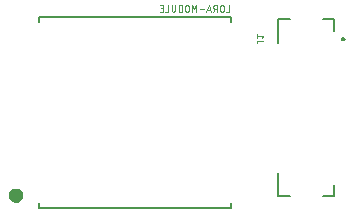
<source format=gbr>
G04 EAGLE Gerber RS-274X export*
G75*
%MOMM*%
%FSLAX34Y34*%
%LPD*%
%INSilkscreen Bottom*%
%IPPOS*%
%AMOC8*
5,1,8,0,0,1.08239X$1,22.5*%
G01*
%ADD10C,0.127000*%
%ADD11C,0.200000*%
%ADD12C,0.050800*%
%ADD13C,0.609600*%


D10*
X292780Y180440D02*
X283280Y180440D01*
X283280Y160440D01*
X320780Y180440D02*
X330280Y180440D01*
X330280Y170440D01*
X283280Y50440D02*
X283280Y30440D01*
X292780Y30440D01*
X320780Y30440D02*
X330280Y30440D01*
X330280Y40440D01*
D11*
X337280Y163940D02*
X337282Y164003D01*
X337288Y164065D01*
X337298Y164127D01*
X337311Y164189D01*
X337329Y164249D01*
X337350Y164308D01*
X337375Y164366D01*
X337404Y164422D01*
X337436Y164476D01*
X337471Y164528D01*
X337509Y164577D01*
X337551Y164625D01*
X337595Y164669D01*
X337643Y164711D01*
X337692Y164749D01*
X337744Y164784D01*
X337798Y164816D01*
X337854Y164845D01*
X337912Y164870D01*
X337971Y164891D01*
X338031Y164909D01*
X338093Y164922D01*
X338155Y164932D01*
X338217Y164938D01*
X338280Y164940D01*
X338343Y164938D01*
X338405Y164932D01*
X338467Y164922D01*
X338529Y164909D01*
X338589Y164891D01*
X338648Y164870D01*
X338706Y164845D01*
X338762Y164816D01*
X338816Y164784D01*
X338868Y164749D01*
X338917Y164711D01*
X338965Y164669D01*
X339009Y164625D01*
X339051Y164577D01*
X339089Y164528D01*
X339124Y164476D01*
X339156Y164422D01*
X339185Y164366D01*
X339210Y164308D01*
X339231Y164249D01*
X339249Y164189D01*
X339262Y164127D01*
X339272Y164065D01*
X339278Y164003D01*
X339280Y163940D01*
X339278Y163877D01*
X339272Y163815D01*
X339262Y163753D01*
X339249Y163691D01*
X339231Y163631D01*
X339210Y163572D01*
X339185Y163514D01*
X339156Y163458D01*
X339124Y163404D01*
X339089Y163352D01*
X339051Y163303D01*
X339009Y163255D01*
X338965Y163211D01*
X338917Y163169D01*
X338868Y163131D01*
X338816Y163096D01*
X338762Y163064D01*
X338706Y163035D01*
X338648Y163010D01*
X338589Y162989D01*
X338529Y162971D01*
X338467Y162958D01*
X338405Y162948D01*
X338343Y162942D01*
X338280Y162940D01*
X338217Y162942D01*
X338155Y162948D01*
X338093Y162958D01*
X338031Y162971D01*
X337971Y162989D01*
X337912Y163010D01*
X337854Y163035D01*
X337798Y163064D01*
X337744Y163096D01*
X337692Y163131D01*
X337643Y163169D01*
X337595Y163211D01*
X337551Y163255D01*
X337509Y163303D01*
X337471Y163352D01*
X337436Y163404D01*
X337404Y163458D01*
X337375Y163514D01*
X337350Y163572D01*
X337329Y163631D01*
X337311Y163691D01*
X337298Y163753D01*
X337288Y163815D01*
X337282Y163877D01*
X337280Y163940D01*
D12*
X270373Y162305D02*
X266027Y162305D01*
X265957Y162303D01*
X265888Y162297D01*
X265819Y162287D01*
X265751Y162274D01*
X265683Y162256D01*
X265617Y162235D01*
X265552Y162210D01*
X265488Y162182D01*
X265426Y162150D01*
X265366Y162115D01*
X265308Y162076D01*
X265253Y162034D01*
X265199Y161989D01*
X265149Y161941D01*
X265101Y161891D01*
X265056Y161837D01*
X265014Y161782D01*
X264975Y161724D01*
X264940Y161664D01*
X264908Y161602D01*
X264880Y161538D01*
X264855Y161473D01*
X264834Y161407D01*
X264816Y161339D01*
X264803Y161271D01*
X264793Y161202D01*
X264787Y161133D01*
X264785Y161063D01*
X264785Y160442D01*
X269131Y164847D02*
X270373Y166399D01*
X264785Y166399D01*
X264785Y164847D02*
X264785Y167951D01*
D13*
X57780Y31580D02*
X57782Y31689D01*
X57788Y31798D01*
X57798Y31906D01*
X57812Y32014D01*
X57829Y32122D01*
X57851Y32229D01*
X57876Y32335D01*
X57906Y32439D01*
X57939Y32543D01*
X57976Y32646D01*
X58016Y32747D01*
X58060Y32846D01*
X58108Y32944D01*
X58160Y33041D01*
X58214Y33135D01*
X58272Y33227D01*
X58334Y33317D01*
X58399Y33404D01*
X58466Y33490D01*
X58537Y33573D01*
X58611Y33653D01*
X58688Y33730D01*
X58767Y33805D01*
X58849Y33876D01*
X58934Y33945D01*
X59021Y34010D01*
X59110Y34073D01*
X59202Y34131D01*
X59296Y34187D01*
X59391Y34239D01*
X59489Y34288D01*
X59588Y34333D01*
X59689Y34375D01*
X59791Y34412D01*
X59894Y34446D01*
X59999Y34477D01*
X60105Y34503D01*
X60211Y34526D01*
X60319Y34544D01*
X60427Y34559D01*
X60535Y34570D01*
X60644Y34577D01*
X60753Y34580D01*
X60862Y34579D01*
X60971Y34574D01*
X61079Y34565D01*
X61187Y34552D01*
X61295Y34535D01*
X61402Y34515D01*
X61508Y34490D01*
X61613Y34462D01*
X61717Y34430D01*
X61820Y34394D01*
X61922Y34354D01*
X62022Y34311D01*
X62120Y34264D01*
X62217Y34214D01*
X62311Y34160D01*
X62404Y34102D01*
X62495Y34042D01*
X62583Y33978D01*
X62669Y33911D01*
X62752Y33841D01*
X62833Y33768D01*
X62911Y33692D01*
X62986Y33613D01*
X63059Y33531D01*
X63128Y33447D01*
X63194Y33361D01*
X63257Y33272D01*
X63317Y33181D01*
X63374Y33088D01*
X63427Y32993D01*
X63476Y32896D01*
X63522Y32797D01*
X63564Y32697D01*
X63603Y32595D01*
X63638Y32491D01*
X63669Y32387D01*
X63697Y32282D01*
X63720Y32175D01*
X63740Y32068D01*
X63756Y31960D01*
X63768Y31852D01*
X63776Y31743D01*
X63780Y31634D01*
X63780Y31526D01*
X63776Y31417D01*
X63768Y31308D01*
X63756Y31200D01*
X63740Y31092D01*
X63720Y30985D01*
X63697Y30878D01*
X63669Y30773D01*
X63638Y30669D01*
X63603Y30565D01*
X63564Y30463D01*
X63522Y30363D01*
X63476Y30264D01*
X63427Y30167D01*
X63374Y30072D01*
X63317Y29979D01*
X63257Y29888D01*
X63194Y29799D01*
X63128Y29713D01*
X63059Y29629D01*
X62986Y29547D01*
X62911Y29468D01*
X62833Y29392D01*
X62752Y29319D01*
X62669Y29249D01*
X62583Y29182D01*
X62495Y29118D01*
X62404Y29058D01*
X62311Y29000D01*
X62217Y28946D01*
X62120Y28896D01*
X62022Y28849D01*
X61922Y28806D01*
X61820Y28766D01*
X61717Y28730D01*
X61613Y28698D01*
X61508Y28670D01*
X61402Y28645D01*
X61295Y28625D01*
X61187Y28608D01*
X61079Y28595D01*
X60971Y28586D01*
X60862Y28581D01*
X60753Y28580D01*
X60644Y28583D01*
X60535Y28590D01*
X60427Y28601D01*
X60319Y28616D01*
X60211Y28634D01*
X60105Y28657D01*
X59999Y28683D01*
X59894Y28714D01*
X59791Y28748D01*
X59689Y28785D01*
X59588Y28827D01*
X59489Y28872D01*
X59391Y28921D01*
X59296Y28973D01*
X59202Y29029D01*
X59110Y29087D01*
X59021Y29150D01*
X58934Y29215D01*
X58849Y29284D01*
X58767Y29355D01*
X58688Y29430D01*
X58611Y29507D01*
X58537Y29587D01*
X58466Y29670D01*
X58399Y29756D01*
X58334Y29843D01*
X58272Y29933D01*
X58214Y30025D01*
X58160Y30119D01*
X58108Y30216D01*
X58060Y30314D01*
X58016Y30413D01*
X57976Y30514D01*
X57939Y30617D01*
X57906Y30721D01*
X57876Y30825D01*
X57851Y30931D01*
X57829Y31038D01*
X57812Y31146D01*
X57798Y31254D01*
X57788Y31362D01*
X57782Y31471D01*
X57780Y31580D01*
D10*
X242780Y178580D02*
X242780Y182580D01*
X80780Y182580D01*
X80780Y178580D01*
X242780Y24580D02*
X242780Y20580D01*
X80780Y20580D01*
X80780Y24580D01*
D12*
X241526Y186834D02*
X241526Y192422D01*
X241526Y186834D02*
X239042Y186834D01*
X236965Y188386D02*
X236965Y190870D01*
X236963Y190947D01*
X236957Y191025D01*
X236948Y191101D01*
X236934Y191178D01*
X236917Y191253D01*
X236896Y191327D01*
X236871Y191401D01*
X236843Y191473D01*
X236811Y191543D01*
X236776Y191612D01*
X236737Y191679D01*
X236695Y191744D01*
X236650Y191807D01*
X236602Y191868D01*
X236551Y191926D01*
X236497Y191981D01*
X236440Y192034D01*
X236381Y192083D01*
X236319Y192130D01*
X236255Y192174D01*
X236189Y192214D01*
X236121Y192251D01*
X236051Y192285D01*
X235980Y192315D01*
X235907Y192341D01*
X235833Y192364D01*
X235758Y192383D01*
X235683Y192398D01*
X235606Y192410D01*
X235529Y192418D01*
X235452Y192422D01*
X235374Y192422D01*
X235297Y192418D01*
X235220Y192410D01*
X235143Y192398D01*
X235068Y192383D01*
X234993Y192364D01*
X234919Y192341D01*
X234846Y192315D01*
X234775Y192285D01*
X234705Y192251D01*
X234637Y192214D01*
X234571Y192174D01*
X234507Y192130D01*
X234445Y192083D01*
X234386Y192034D01*
X234329Y191981D01*
X234275Y191926D01*
X234224Y191868D01*
X234176Y191807D01*
X234131Y191744D01*
X234089Y191679D01*
X234050Y191612D01*
X234015Y191543D01*
X233983Y191473D01*
X233955Y191401D01*
X233930Y191327D01*
X233909Y191253D01*
X233892Y191178D01*
X233878Y191101D01*
X233869Y191025D01*
X233863Y190947D01*
X233861Y190870D01*
X233861Y188386D01*
X233863Y188309D01*
X233869Y188231D01*
X233878Y188155D01*
X233892Y188078D01*
X233909Y188003D01*
X233930Y187929D01*
X233955Y187855D01*
X233983Y187783D01*
X234015Y187713D01*
X234050Y187644D01*
X234089Y187577D01*
X234131Y187512D01*
X234176Y187449D01*
X234224Y187388D01*
X234275Y187330D01*
X234329Y187275D01*
X234386Y187222D01*
X234445Y187173D01*
X234507Y187126D01*
X234571Y187082D01*
X234637Y187042D01*
X234705Y187005D01*
X234775Y186971D01*
X234846Y186941D01*
X234919Y186915D01*
X234993Y186892D01*
X235068Y186873D01*
X235143Y186858D01*
X235220Y186846D01*
X235297Y186838D01*
X235374Y186834D01*
X235452Y186834D01*
X235529Y186838D01*
X235606Y186846D01*
X235683Y186858D01*
X235758Y186873D01*
X235833Y186892D01*
X235907Y186915D01*
X235980Y186941D01*
X236051Y186971D01*
X236121Y187005D01*
X236189Y187042D01*
X236255Y187082D01*
X236319Y187126D01*
X236381Y187173D01*
X236440Y187222D01*
X236497Y187275D01*
X236551Y187330D01*
X236602Y187388D01*
X236650Y187449D01*
X236695Y187512D01*
X236737Y187577D01*
X236776Y187644D01*
X236811Y187713D01*
X236843Y187783D01*
X236871Y187855D01*
X236896Y187929D01*
X236917Y188003D01*
X236934Y188078D01*
X236948Y188155D01*
X236957Y188231D01*
X236963Y188309D01*
X236965Y188386D01*
X231260Y186834D02*
X231260Y192422D01*
X229708Y192422D01*
X229631Y192420D01*
X229553Y192414D01*
X229477Y192405D01*
X229400Y192391D01*
X229325Y192374D01*
X229251Y192353D01*
X229177Y192328D01*
X229105Y192300D01*
X229035Y192268D01*
X228966Y192233D01*
X228899Y192194D01*
X228834Y192152D01*
X228771Y192107D01*
X228710Y192059D01*
X228652Y192008D01*
X228597Y191954D01*
X228544Y191897D01*
X228495Y191838D01*
X228448Y191776D01*
X228404Y191712D01*
X228364Y191646D01*
X228327Y191578D01*
X228293Y191508D01*
X228263Y191437D01*
X228237Y191364D01*
X228214Y191290D01*
X228195Y191215D01*
X228180Y191140D01*
X228168Y191063D01*
X228160Y190986D01*
X228156Y190909D01*
X228156Y190831D01*
X228160Y190754D01*
X228168Y190677D01*
X228180Y190600D01*
X228195Y190525D01*
X228214Y190450D01*
X228237Y190376D01*
X228263Y190303D01*
X228293Y190232D01*
X228327Y190162D01*
X228364Y190094D01*
X228404Y190028D01*
X228448Y189964D01*
X228495Y189902D01*
X228544Y189843D01*
X228597Y189786D01*
X228652Y189732D01*
X228710Y189681D01*
X228771Y189633D01*
X228834Y189588D01*
X228899Y189546D01*
X228966Y189507D01*
X229035Y189472D01*
X229105Y189440D01*
X229177Y189412D01*
X229251Y189387D01*
X229325Y189366D01*
X229400Y189349D01*
X229477Y189335D01*
X229553Y189326D01*
X229631Y189320D01*
X229708Y189318D01*
X231260Y189318D01*
X229397Y189318D02*
X228155Y186834D01*
X226120Y186834D02*
X224257Y192422D01*
X222395Y186834D01*
X222860Y188231D02*
X225654Y188231D01*
X220268Y189007D02*
X216543Y189007D01*
X213867Y186834D02*
X213867Y192422D01*
X212004Y189318D01*
X210142Y192422D01*
X210142Y186834D01*
X207522Y188386D02*
X207522Y190870D01*
X207521Y190870D02*
X207519Y190947D01*
X207513Y191025D01*
X207504Y191101D01*
X207490Y191178D01*
X207473Y191253D01*
X207452Y191327D01*
X207427Y191401D01*
X207399Y191473D01*
X207367Y191543D01*
X207332Y191612D01*
X207293Y191679D01*
X207251Y191744D01*
X207206Y191807D01*
X207158Y191868D01*
X207107Y191926D01*
X207053Y191981D01*
X206996Y192034D01*
X206937Y192083D01*
X206875Y192130D01*
X206811Y192174D01*
X206745Y192214D01*
X206677Y192251D01*
X206607Y192285D01*
X206536Y192315D01*
X206463Y192341D01*
X206389Y192364D01*
X206314Y192383D01*
X206239Y192398D01*
X206162Y192410D01*
X206085Y192418D01*
X206008Y192422D01*
X205930Y192422D01*
X205853Y192418D01*
X205776Y192410D01*
X205699Y192398D01*
X205624Y192383D01*
X205549Y192364D01*
X205475Y192341D01*
X205402Y192315D01*
X205331Y192285D01*
X205261Y192251D01*
X205193Y192214D01*
X205127Y192174D01*
X205063Y192130D01*
X205001Y192083D01*
X204942Y192034D01*
X204885Y191981D01*
X204831Y191926D01*
X204780Y191868D01*
X204732Y191807D01*
X204687Y191744D01*
X204645Y191679D01*
X204606Y191612D01*
X204571Y191543D01*
X204539Y191473D01*
X204511Y191401D01*
X204486Y191327D01*
X204465Y191253D01*
X204448Y191178D01*
X204434Y191101D01*
X204425Y191025D01*
X204419Y190947D01*
X204417Y190870D01*
X204417Y188386D01*
X204419Y188309D01*
X204425Y188231D01*
X204434Y188155D01*
X204448Y188078D01*
X204465Y188003D01*
X204486Y187929D01*
X204511Y187855D01*
X204539Y187783D01*
X204571Y187713D01*
X204606Y187644D01*
X204645Y187577D01*
X204687Y187512D01*
X204732Y187449D01*
X204780Y187388D01*
X204831Y187330D01*
X204885Y187275D01*
X204942Y187222D01*
X205001Y187173D01*
X205063Y187126D01*
X205127Y187082D01*
X205193Y187042D01*
X205261Y187005D01*
X205331Y186971D01*
X205402Y186941D01*
X205475Y186915D01*
X205549Y186892D01*
X205624Y186873D01*
X205699Y186858D01*
X205776Y186846D01*
X205853Y186838D01*
X205930Y186834D01*
X206008Y186834D01*
X206085Y186838D01*
X206162Y186846D01*
X206239Y186858D01*
X206314Y186873D01*
X206389Y186892D01*
X206463Y186915D01*
X206536Y186941D01*
X206607Y186971D01*
X206677Y187005D01*
X206745Y187042D01*
X206811Y187082D01*
X206875Y187126D01*
X206937Y187173D01*
X206996Y187222D01*
X207053Y187275D01*
X207107Y187330D01*
X207158Y187388D01*
X207206Y187449D01*
X207251Y187512D01*
X207293Y187577D01*
X207332Y187644D01*
X207367Y187713D01*
X207399Y187783D01*
X207427Y187855D01*
X207452Y187929D01*
X207473Y188003D01*
X207490Y188078D01*
X207504Y188155D01*
X207513Y188231D01*
X207519Y188309D01*
X207521Y188386D01*
X201852Y186834D02*
X201852Y192422D01*
X200300Y192422D01*
X200224Y192420D01*
X200148Y192415D01*
X200072Y192405D01*
X199997Y192392D01*
X199923Y192375D01*
X199849Y192355D01*
X199777Y192331D01*
X199706Y192304D01*
X199636Y192273D01*
X199568Y192239D01*
X199502Y192201D01*
X199438Y192160D01*
X199375Y192117D01*
X199315Y192070D01*
X199258Y192020D01*
X199203Y191967D01*
X199150Y191912D01*
X199100Y191855D01*
X199053Y191795D01*
X199010Y191732D01*
X198969Y191668D01*
X198931Y191602D01*
X198897Y191534D01*
X198866Y191464D01*
X198839Y191393D01*
X198815Y191321D01*
X198795Y191247D01*
X198778Y191173D01*
X198765Y191098D01*
X198755Y191022D01*
X198750Y190946D01*
X198748Y190870D01*
X198748Y188386D01*
X198750Y188310D01*
X198755Y188234D01*
X198765Y188158D01*
X198778Y188083D01*
X198795Y188009D01*
X198815Y187935D01*
X198839Y187863D01*
X198866Y187792D01*
X198897Y187722D01*
X198931Y187654D01*
X198969Y187588D01*
X199010Y187524D01*
X199053Y187461D01*
X199100Y187401D01*
X199150Y187344D01*
X199203Y187289D01*
X199258Y187236D01*
X199315Y187186D01*
X199375Y187139D01*
X199438Y187096D01*
X199502Y187055D01*
X199568Y187017D01*
X199636Y186983D01*
X199706Y186952D01*
X199777Y186925D01*
X199849Y186901D01*
X199923Y186881D01*
X199997Y186864D01*
X200072Y186851D01*
X200148Y186841D01*
X200224Y186836D01*
X200300Y186834D01*
X201852Y186834D01*
X196000Y188386D02*
X196000Y192422D01*
X196000Y188386D02*
X195998Y188309D01*
X195992Y188231D01*
X195983Y188155D01*
X195969Y188078D01*
X195952Y188003D01*
X195931Y187929D01*
X195906Y187855D01*
X195878Y187783D01*
X195846Y187713D01*
X195811Y187644D01*
X195772Y187577D01*
X195730Y187512D01*
X195685Y187449D01*
X195637Y187388D01*
X195586Y187330D01*
X195532Y187275D01*
X195475Y187222D01*
X195416Y187173D01*
X195354Y187126D01*
X195290Y187082D01*
X195224Y187042D01*
X195156Y187005D01*
X195086Y186971D01*
X195015Y186941D01*
X194942Y186915D01*
X194868Y186892D01*
X194793Y186873D01*
X194718Y186858D01*
X194641Y186846D01*
X194564Y186838D01*
X194487Y186834D01*
X194409Y186834D01*
X194332Y186838D01*
X194255Y186846D01*
X194178Y186858D01*
X194103Y186873D01*
X194028Y186892D01*
X193954Y186915D01*
X193881Y186941D01*
X193810Y186971D01*
X193740Y187005D01*
X193672Y187042D01*
X193606Y187082D01*
X193542Y187126D01*
X193480Y187173D01*
X193421Y187222D01*
X193364Y187275D01*
X193310Y187330D01*
X193259Y187388D01*
X193211Y187449D01*
X193166Y187512D01*
X193124Y187577D01*
X193085Y187644D01*
X193050Y187713D01*
X193018Y187783D01*
X192990Y187855D01*
X192965Y187929D01*
X192944Y188003D01*
X192927Y188078D01*
X192913Y188155D01*
X192904Y188231D01*
X192898Y188309D01*
X192896Y188386D01*
X192896Y192422D01*
X190137Y192422D02*
X190137Y186834D01*
X187653Y186834D01*
X185382Y186834D02*
X182899Y186834D01*
X185382Y186834D02*
X185382Y192422D01*
X182899Y192422D01*
X183520Y189938D02*
X185382Y189938D01*
M02*

</source>
